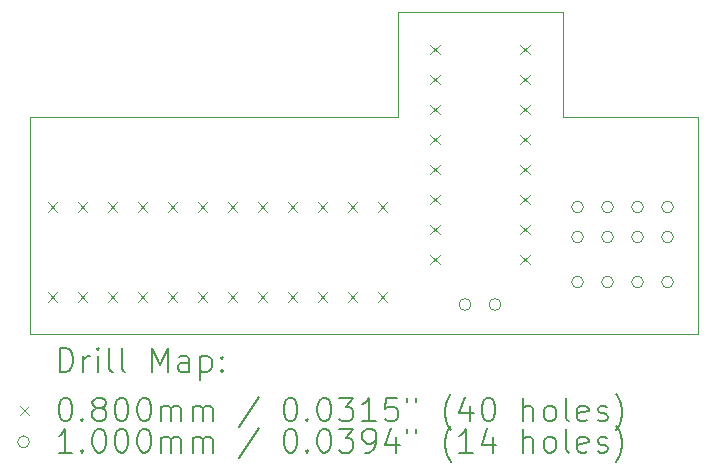
<source format=gbr>
%FSLAX45Y45*%
G04 Gerber Fmt 4.5, Leading zero omitted, Abs format (unit mm)*
G04 Created by KiCad (PCBNEW (6.0.5)) date 2022-12-14 22:41:48*
%MOMM*%
%LPD*%
G01*
G04 APERTURE LIST*
%TA.AperFunction,Profile*%
%ADD10C,0.100000*%
%TD*%
%ADD11C,0.200000*%
%ADD12C,0.080000*%
%ADD13C,0.100000*%
G04 APERTURE END LIST*
D10*
X16446500Y-8191500D02*
X15049500Y-8191500D01*
X17589500Y-9080500D02*
X16446500Y-9080500D01*
X15049500Y-9080500D02*
X11938000Y-9080500D01*
X11938000Y-10922000D02*
X17589500Y-10922000D01*
X15049500Y-8191500D02*
X15049500Y-9080500D01*
X11938000Y-9080500D02*
X11938000Y-10922000D01*
X16446500Y-9080500D02*
X16446500Y-8191500D01*
X17589500Y-10922000D02*
X17589500Y-9080500D01*
D11*
D12*
X12089000Y-9801000D02*
X12169000Y-9881000D01*
X12169000Y-9801000D02*
X12089000Y-9881000D01*
X12089000Y-10563000D02*
X12169000Y-10643000D01*
X12169000Y-10563000D02*
X12089000Y-10643000D01*
X12343000Y-9801000D02*
X12423000Y-9881000D01*
X12423000Y-9801000D02*
X12343000Y-9881000D01*
X12343000Y-10563000D02*
X12423000Y-10643000D01*
X12423000Y-10563000D02*
X12343000Y-10643000D01*
X12597000Y-9801000D02*
X12677000Y-9881000D01*
X12677000Y-9801000D02*
X12597000Y-9881000D01*
X12597000Y-10563000D02*
X12677000Y-10643000D01*
X12677000Y-10563000D02*
X12597000Y-10643000D01*
X12851000Y-9801000D02*
X12931000Y-9881000D01*
X12931000Y-9801000D02*
X12851000Y-9881000D01*
X12851000Y-10563000D02*
X12931000Y-10643000D01*
X12931000Y-10563000D02*
X12851000Y-10643000D01*
X13105000Y-9801000D02*
X13185000Y-9881000D01*
X13185000Y-9801000D02*
X13105000Y-9881000D01*
X13105000Y-10563000D02*
X13185000Y-10643000D01*
X13185000Y-10563000D02*
X13105000Y-10643000D01*
X13359000Y-9801000D02*
X13439000Y-9881000D01*
X13439000Y-9801000D02*
X13359000Y-9881000D01*
X13359000Y-10563000D02*
X13439000Y-10643000D01*
X13439000Y-10563000D02*
X13359000Y-10643000D01*
X13613000Y-9801000D02*
X13693000Y-9881000D01*
X13693000Y-9801000D02*
X13613000Y-9881000D01*
X13613000Y-10563000D02*
X13693000Y-10643000D01*
X13693000Y-10563000D02*
X13613000Y-10643000D01*
X13867000Y-9801000D02*
X13947000Y-9881000D01*
X13947000Y-9801000D02*
X13867000Y-9881000D01*
X13867000Y-10563000D02*
X13947000Y-10643000D01*
X13947000Y-10563000D02*
X13867000Y-10643000D01*
X14121000Y-9801000D02*
X14201000Y-9881000D01*
X14201000Y-9801000D02*
X14121000Y-9881000D01*
X14121000Y-10563000D02*
X14201000Y-10643000D01*
X14201000Y-10563000D02*
X14121000Y-10643000D01*
X14375000Y-9801000D02*
X14455000Y-9881000D01*
X14455000Y-9801000D02*
X14375000Y-9881000D01*
X14375000Y-10563000D02*
X14455000Y-10643000D01*
X14455000Y-10563000D02*
X14375000Y-10643000D01*
X14629000Y-9801000D02*
X14709000Y-9881000D01*
X14709000Y-9801000D02*
X14629000Y-9881000D01*
X14629000Y-10563000D02*
X14709000Y-10643000D01*
X14709000Y-10563000D02*
X14629000Y-10643000D01*
X14883000Y-9801000D02*
X14963000Y-9881000D01*
X14963000Y-9801000D02*
X14883000Y-9881000D01*
X14883000Y-10563000D02*
X14963000Y-10643000D01*
X14963000Y-10563000D02*
X14883000Y-10643000D01*
X15327000Y-8469000D02*
X15407000Y-8549000D01*
X15407000Y-8469000D02*
X15327000Y-8549000D01*
X15327000Y-8723000D02*
X15407000Y-8803000D01*
X15407000Y-8723000D02*
X15327000Y-8803000D01*
X15327000Y-8977000D02*
X15407000Y-9057000D01*
X15407000Y-8977000D02*
X15327000Y-9057000D01*
X15327000Y-9231000D02*
X15407000Y-9311000D01*
X15407000Y-9231000D02*
X15327000Y-9311000D01*
X15327000Y-9485000D02*
X15407000Y-9565000D01*
X15407000Y-9485000D02*
X15327000Y-9565000D01*
X15327000Y-9739000D02*
X15407000Y-9819000D01*
X15407000Y-9739000D02*
X15327000Y-9819000D01*
X15327000Y-9993000D02*
X15407000Y-10073000D01*
X15407000Y-9993000D02*
X15327000Y-10073000D01*
X15327000Y-10247000D02*
X15407000Y-10327000D01*
X15407000Y-10247000D02*
X15327000Y-10327000D01*
X16089000Y-8469000D02*
X16169000Y-8549000D01*
X16169000Y-8469000D02*
X16089000Y-8549000D01*
X16089000Y-8723000D02*
X16169000Y-8803000D01*
X16169000Y-8723000D02*
X16089000Y-8803000D01*
X16089000Y-8977000D02*
X16169000Y-9057000D01*
X16169000Y-8977000D02*
X16089000Y-9057000D01*
X16089000Y-9231000D02*
X16169000Y-9311000D01*
X16169000Y-9231000D02*
X16089000Y-9311000D01*
X16089000Y-9485000D02*
X16169000Y-9565000D01*
X16169000Y-9485000D02*
X16089000Y-9565000D01*
X16089000Y-9739000D02*
X16169000Y-9819000D01*
X16169000Y-9739000D02*
X16089000Y-9819000D01*
X16089000Y-9993000D02*
X16169000Y-10073000D01*
X16169000Y-9993000D02*
X16089000Y-10073000D01*
X16089000Y-10247000D02*
X16169000Y-10327000D01*
X16169000Y-10247000D02*
X16089000Y-10327000D01*
D13*
X15671000Y-10668000D02*
G75*
G03*
X15671000Y-10668000I-50000J0D01*
G01*
X15925000Y-10668000D02*
G75*
G03*
X15925000Y-10668000I-50000J0D01*
G01*
X16623500Y-9842500D02*
G75*
G03*
X16623500Y-9842500I-50000J0D01*
G01*
X16623500Y-10096500D02*
G75*
G03*
X16623500Y-10096500I-50000J0D01*
G01*
X16623500Y-10477500D02*
G75*
G03*
X16623500Y-10477500I-50000J0D01*
G01*
X16877500Y-9842500D02*
G75*
G03*
X16877500Y-9842500I-50000J0D01*
G01*
X16877500Y-10096500D02*
G75*
G03*
X16877500Y-10096500I-50000J0D01*
G01*
X16877500Y-10477500D02*
G75*
G03*
X16877500Y-10477500I-50000J0D01*
G01*
X17131500Y-9842500D02*
G75*
G03*
X17131500Y-9842500I-50000J0D01*
G01*
X17131500Y-10096500D02*
G75*
G03*
X17131500Y-10096500I-50000J0D01*
G01*
X17131500Y-10477500D02*
G75*
G03*
X17131500Y-10477500I-50000J0D01*
G01*
X17385500Y-9842500D02*
G75*
G03*
X17385500Y-9842500I-50000J0D01*
G01*
X17385500Y-10096500D02*
G75*
G03*
X17385500Y-10096500I-50000J0D01*
G01*
X17385500Y-10477500D02*
G75*
G03*
X17385500Y-10477500I-50000J0D01*
G01*
D11*
X12190619Y-11237476D02*
X12190619Y-11037476D01*
X12238238Y-11037476D01*
X12266809Y-11047000D01*
X12285857Y-11066048D01*
X12295381Y-11085095D01*
X12304905Y-11123190D01*
X12304905Y-11151762D01*
X12295381Y-11189857D01*
X12285857Y-11208905D01*
X12266809Y-11227952D01*
X12238238Y-11237476D01*
X12190619Y-11237476D01*
X12390619Y-11237476D02*
X12390619Y-11104143D01*
X12390619Y-11142238D02*
X12400143Y-11123190D01*
X12409667Y-11113667D01*
X12428714Y-11104143D01*
X12447762Y-11104143D01*
X12514428Y-11237476D02*
X12514428Y-11104143D01*
X12514428Y-11037476D02*
X12504905Y-11047000D01*
X12514428Y-11056524D01*
X12523952Y-11047000D01*
X12514428Y-11037476D01*
X12514428Y-11056524D01*
X12638238Y-11237476D02*
X12619190Y-11227952D01*
X12609667Y-11208905D01*
X12609667Y-11037476D01*
X12743000Y-11237476D02*
X12723952Y-11227952D01*
X12714428Y-11208905D01*
X12714428Y-11037476D01*
X12971571Y-11237476D02*
X12971571Y-11037476D01*
X13038238Y-11180333D01*
X13104905Y-11037476D01*
X13104905Y-11237476D01*
X13285857Y-11237476D02*
X13285857Y-11132714D01*
X13276333Y-11113667D01*
X13257286Y-11104143D01*
X13219190Y-11104143D01*
X13200143Y-11113667D01*
X13285857Y-11227952D02*
X13266809Y-11237476D01*
X13219190Y-11237476D01*
X13200143Y-11227952D01*
X13190619Y-11208905D01*
X13190619Y-11189857D01*
X13200143Y-11170810D01*
X13219190Y-11161286D01*
X13266809Y-11161286D01*
X13285857Y-11151762D01*
X13381095Y-11104143D02*
X13381095Y-11304143D01*
X13381095Y-11113667D02*
X13400143Y-11104143D01*
X13438238Y-11104143D01*
X13457286Y-11113667D01*
X13466809Y-11123190D01*
X13476333Y-11142238D01*
X13476333Y-11199381D01*
X13466809Y-11218428D01*
X13457286Y-11227952D01*
X13438238Y-11237476D01*
X13400143Y-11237476D01*
X13381095Y-11227952D01*
X13562048Y-11218428D02*
X13571571Y-11227952D01*
X13562048Y-11237476D01*
X13552524Y-11227952D01*
X13562048Y-11218428D01*
X13562048Y-11237476D01*
X13562048Y-11113667D02*
X13571571Y-11123190D01*
X13562048Y-11132714D01*
X13552524Y-11123190D01*
X13562048Y-11113667D01*
X13562048Y-11132714D01*
D12*
X11853000Y-11527000D02*
X11933000Y-11607000D01*
X11933000Y-11527000D02*
X11853000Y-11607000D01*
D11*
X12228714Y-11457476D02*
X12247762Y-11457476D01*
X12266809Y-11467000D01*
X12276333Y-11476524D01*
X12285857Y-11495571D01*
X12295381Y-11533667D01*
X12295381Y-11581286D01*
X12285857Y-11619381D01*
X12276333Y-11638428D01*
X12266809Y-11647952D01*
X12247762Y-11657476D01*
X12228714Y-11657476D01*
X12209667Y-11647952D01*
X12200143Y-11638428D01*
X12190619Y-11619381D01*
X12181095Y-11581286D01*
X12181095Y-11533667D01*
X12190619Y-11495571D01*
X12200143Y-11476524D01*
X12209667Y-11467000D01*
X12228714Y-11457476D01*
X12381095Y-11638428D02*
X12390619Y-11647952D01*
X12381095Y-11657476D01*
X12371571Y-11647952D01*
X12381095Y-11638428D01*
X12381095Y-11657476D01*
X12504905Y-11543190D02*
X12485857Y-11533667D01*
X12476333Y-11524143D01*
X12466809Y-11505095D01*
X12466809Y-11495571D01*
X12476333Y-11476524D01*
X12485857Y-11467000D01*
X12504905Y-11457476D01*
X12543000Y-11457476D01*
X12562048Y-11467000D01*
X12571571Y-11476524D01*
X12581095Y-11495571D01*
X12581095Y-11505095D01*
X12571571Y-11524143D01*
X12562048Y-11533667D01*
X12543000Y-11543190D01*
X12504905Y-11543190D01*
X12485857Y-11552714D01*
X12476333Y-11562238D01*
X12466809Y-11581286D01*
X12466809Y-11619381D01*
X12476333Y-11638428D01*
X12485857Y-11647952D01*
X12504905Y-11657476D01*
X12543000Y-11657476D01*
X12562048Y-11647952D01*
X12571571Y-11638428D01*
X12581095Y-11619381D01*
X12581095Y-11581286D01*
X12571571Y-11562238D01*
X12562048Y-11552714D01*
X12543000Y-11543190D01*
X12704905Y-11457476D02*
X12723952Y-11457476D01*
X12743000Y-11467000D01*
X12752524Y-11476524D01*
X12762048Y-11495571D01*
X12771571Y-11533667D01*
X12771571Y-11581286D01*
X12762048Y-11619381D01*
X12752524Y-11638428D01*
X12743000Y-11647952D01*
X12723952Y-11657476D01*
X12704905Y-11657476D01*
X12685857Y-11647952D01*
X12676333Y-11638428D01*
X12666809Y-11619381D01*
X12657286Y-11581286D01*
X12657286Y-11533667D01*
X12666809Y-11495571D01*
X12676333Y-11476524D01*
X12685857Y-11467000D01*
X12704905Y-11457476D01*
X12895381Y-11457476D02*
X12914428Y-11457476D01*
X12933476Y-11467000D01*
X12943000Y-11476524D01*
X12952524Y-11495571D01*
X12962048Y-11533667D01*
X12962048Y-11581286D01*
X12952524Y-11619381D01*
X12943000Y-11638428D01*
X12933476Y-11647952D01*
X12914428Y-11657476D01*
X12895381Y-11657476D01*
X12876333Y-11647952D01*
X12866809Y-11638428D01*
X12857286Y-11619381D01*
X12847762Y-11581286D01*
X12847762Y-11533667D01*
X12857286Y-11495571D01*
X12866809Y-11476524D01*
X12876333Y-11467000D01*
X12895381Y-11457476D01*
X13047762Y-11657476D02*
X13047762Y-11524143D01*
X13047762Y-11543190D02*
X13057286Y-11533667D01*
X13076333Y-11524143D01*
X13104905Y-11524143D01*
X13123952Y-11533667D01*
X13133476Y-11552714D01*
X13133476Y-11657476D01*
X13133476Y-11552714D02*
X13143000Y-11533667D01*
X13162048Y-11524143D01*
X13190619Y-11524143D01*
X13209667Y-11533667D01*
X13219190Y-11552714D01*
X13219190Y-11657476D01*
X13314428Y-11657476D02*
X13314428Y-11524143D01*
X13314428Y-11543190D02*
X13323952Y-11533667D01*
X13343000Y-11524143D01*
X13371571Y-11524143D01*
X13390619Y-11533667D01*
X13400143Y-11552714D01*
X13400143Y-11657476D01*
X13400143Y-11552714D02*
X13409667Y-11533667D01*
X13428714Y-11524143D01*
X13457286Y-11524143D01*
X13476333Y-11533667D01*
X13485857Y-11552714D01*
X13485857Y-11657476D01*
X13876333Y-11447952D02*
X13704905Y-11705095D01*
X14133476Y-11457476D02*
X14152524Y-11457476D01*
X14171571Y-11467000D01*
X14181095Y-11476524D01*
X14190619Y-11495571D01*
X14200143Y-11533667D01*
X14200143Y-11581286D01*
X14190619Y-11619381D01*
X14181095Y-11638428D01*
X14171571Y-11647952D01*
X14152524Y-11657476D01*
X14133476Y-11657476D01*
X14114428Y-11647952D01*
X14104905Y-11638428D01*
X14095381Y-11619381D01*
X14085857Y-11581286D01*
X14085857Y-11533667D01*
X14095381Y-11495571D01*
X14104905Y-11476524D01*
X14114428Y-11467000D01*
X14133476Y-11457476D01*
X14285857Y-11638428D02*
X14295381Y-11647952D01*
X14285857Y-11657476D01*
X14276333Y-11647952D01*
X14285857Y-11638428D01*
X14285857Y-11657476D01*
X14419190Y-11457476D02*
X14438238Y-11457476D01*
X14457286Y-11467000D01*
X14466809Y-11476524D01*
X14476333Y-11495571D01*
X14485857Y-11533667D01*
X14485857Y-11581286D01*
X14476333Y-11619381D01*
X14466809Y-11638428D01*
X14457286Y-11647952D01*
X14438238Y-11657476D01*
X14419190Y-11657476D01*
X14400143Y-11647952D01*
X14390619Y-11638428D01*
X14381095Y-11619381D01*
X14371571Y-11581286D01*
X14371571Y-11533667D01*
X14381095Y-11495571D01*
X14390619Y-11476524D01*
X14400143Y-11467000D01*
X14419190Y-11457476D01*
X14552524Y-11457476D02*
X14676333Y-11457476D01*
X14609667Y-11533667D01*
X14638238Y-11533667D01*
X14657286Y-11543190D01*
X14666809Y-11552714D01*
X14676333Y-11571762D01*
X14676333Y-11619381D01*
X14666809Y-11638428D01*
X14657286Y-11647952D01*
X14638238Y-11657476D01*
X14581095Y-11657476D01*
X14562048Y-11647952D01*
X14552524Y-11638428D01*
X14866809Y-11657476D02*
X14752524Y-11657476D01*
X14809667Y-11657476D02*
X14809667Y-11457476D01*
X14790619Y-11486048D01*
X14771571Y-11505095D01*
X14752524Y-11514619D01*
X15047762Y-11457476D02*
X14952524Y-11457476D01*
X14943000Y-11552714D01*
X14952524Y-11543190D01*
X14971571Y-11533667D01*
X15019190Y-11533667D01*
X15038238Y-11543190D01*
X15047762Y-11552714D01*
X15057286Y-11571762D01*
X15057286Y-11619381D01*
X15047762Y-11638428D01*
X15038238Y-11647952D01*
X15019190Y-11657476D01*
X14971571Y-11657476D01*
X14952524Y-11647952D01*
X14943000Y-11638428D01*
X15133476Y-11457476D02*
X15133476Y-11495571D01*
X15209667Y-11457476D02*
X15209667Y-11495571D01*
X15504905Y-11733667D02*
X15495381Y-11724143D01*
X15476333Y-11695571D01*
X15466809Y-11676524D01*
X15457286Y-11647952D01*
X15447762Y-11600333D01*
X15447762Y-11562238D01*
X15457286Y-11514619D01*
X15466809Y-11486048D01*
X15476333Y-11467000D01*
X15495381Y-11438428D01*
X15504905Y-11428905D01*
X15666809Y-11524143D02*
X15666809Y-11657476D01*
X15619190Y-11447952D02*
X15571571Y-11590809D01*
X15695381Y-11590809D01*
X15809667Y-11457476D02*
X15828714Y-11457476D01*
X15847762Y-11467000D01*
X15857286Y-11476524D01*
X15866809Y-11495571D01*
X15876333Y-11533667D01*
X15876333Y-11581286D01*
X15866809Y-11619381D01*
X15857286Y-11638428D01*
X15847762Y-11647952D01*
X15828714Y-11657476D01*
X15809667Y-11657476D01*
X15790619Y-11647952D01*
X15781095Y-11638428D01*
X15771571Y-11619381D01*
X15762048Y-11581286D01*
X15762048Y-11533667D01*
X15771571Y-11495571D01*
X15781095Y-11476524D01*
X15790619Y-11467000D01*
X15809667Y-11457476D01*
X16114428Y-11657476D02*
X16114428Y-11457476D01*
X16200143Y-11657476D02*
X16200143Y-11552714D01*
X16190619Y-11533667D01*
X16171571Y-11524143D01*
X16143000Y-11524143D01*
X16123952Y-11533667D01*
X16114428Y-11543190D01*
X16323952Y-11657476D02*
X16304905Y-11647952D01*
X16295381Y-11638428D01*
X16285857Y-11619381D01*
X16285857Y-11562238D01*
X16295381Y-11543190D01*
X16304905Y-11533667D01*
X16323952Y-11524143D01*
X16352524Y-11524143D01*
X16371571Y-11533667D01*
X16381095Y-11543190D01*
X16390619Y-11562238D01*
X16390619Y-11619381D01*
X16381095Y-11638428D01*
X16371571Y-11647952D01*
X16352524Y-11657476D01*
X16323952Y-11657476D01*
X16504905Y-11657476D02*
X16485857Y-11647952D01*
X16476333Y-11628905D01*
X16476333Y-11457476D01*
X16657286Y-11647952D02*
X16638238Y-11657476D01*
X16600143Y-11657476D01*
X16581095Y-11647952D01*
X16571571Y-11628905D01*
X16571571Y-11552714D01*
X16581095Y-11533667D01*
X16600143Y-11524143D01*
X16638238Y-11524143D01*
X16657286Y-11533667D01*
X16666809Y-11552714D01*
X16666809Y-11571762D01*
X16571571Y-11590809D01*
X16743000Y-11647952D02*
X16762048Y-11657476D01*
X16800143Y-11657476D01*
X16819190Y-11647952D01*
X16828714Y-11628905D01*
X16828714Y-11619381D01*
X16819190Y-11600333D01*
X16800143Y-11590809D01*
X16771571Y-11590809D01*
X16752524Y-11581286D01*
X16743000Y-11562238D01*
X16743000Y-11552714D01*
X16752524Y-11533667D01*
X16771571Y-11524143D01*
X16800143Y-11524143D01*
X16819190Y-11533667D01*
X16895381Y-11733667D02*
X16904905Y-11724143D01*
X16923952Y-11695571D01*
X16933476Y-11676524D01*
X16943000Y-11647952D01*
X16952524Y-11600333D01*
X16952524Y-11562238D01*
X16943000Y-11514619D01*
X16933476Y-11486048D01*
X16923952Y-11467000D01*
X16904905Y-11438428D01*
X16895381Y-11428905D01*
D13*
X11933000Y-11831000D02*
G75*
G03*
X11933000Y-11831000I-50000J0D01*
G01*
D11*
X12295381Y-11921476D02*
X12181095Y-11921476D01*
X12238238Y-11921476D02*
X12238238Y-11721476D01*
X12219190Y-11750048D01*
X12200143Y-11769095D01*
X12181095Y-11778619D01*
X12381095Y-11902428D02*
X12390619Y-11911952D01*
X12381095Y-11921476D01*
X12371571Y-11911952D01*
X12381095Y-11902428D01*
X12381095Y-11921476D01*
X12514428Y-11721476D02*
X12533476Y-11721476D01*
X12552524Y-11731000D01*
X12562048Y-11740524D01*
X12571571Y-11759571D01*
X12581095Y-11797667D01*
X12581095Y-11845286D01*
X12571571Y-11883381D01*
X12562048Y-11902428D01*
X12552524Y-11911952D01*
X12533476Y-11921476D01*
X12514428Y-11921476D01*
X12495381Y-11911952D01*
X12485857Y-11902428D01*
X12476333Y-11883381D01*
X12466809Y-11845286D01*
X12466809Y-11797667D01*
X12476333Y-11759571D01*
X12485857Y-11740524D01*
X12495381Y-11731000D01*
X12514428Y-11721476D01*
X12704905Y-11721476D02*
X12723952Y-11721476D01*
X12743000Y-11731000D01*
X12752524Y-11740524D01*
X12762048Y-11759571D01*
X12771571Y-11797667D01*
X12771571Y-11845286D01*
X12762048Y-11883381D01*
X12752524Y-11902428D01*
X12743000Y-11911952D01*
X12723952Y-11921476D01*
X12704905Y-11921476D01*
X12685857Y-11911952D01*
X12676333Y-11902428D01*
X12666809Y-11883381D01*
X12657286Y-11845286D01*
X12657286Y-11797667D01*
X12666809Y-11759571D01*
X12676333Y-11740524D01*
X12685857Y-11731000D01*
X12704905Y-11721476D01*
X12895381Y-11721476D02*
X12914428Y-11721476D01*
X12933476Y-11731000D01*
X12943000Y-11740524D01*
X12952524Y-11759571D01*
X12962048Y-11797667D01*
X12962048Y-11845286D01*
X12952524Y-11883381D01*
X12943000Y-11902428D01*
X12933476Y-11911952D01*
X12914428Y-11921476D01*
X12895381Y-11921476D01*
X12876333Y-11911952D01*
X12866809Y-11902428D01*
X12857286Y-11883381D01*
X12847762Y-11845286D01*
X12847762Y-11797667D01*
X12857286Y-11759571D01*
X12866809Y-11740524D01*
X12876333Y-11731000D01*
X12895381Y-11721476D01*
X13047762Y-11921476D02*
X13047762Y-11788143D01*
X13047762Y-11807190D02*
X13057286Y-11797667D01*
X13076333Y-11788143D01*
X13104905Y-11788143D01*
X13123952Y-11797667D01*
X13133476Y-11816714D01*
X13133476Y-11921476D01*
X13133476Y-11816714D02*
X13143000Y-11797667D01*
X13162048Y-11788143D01*
X13190619Y-11788143D01*
X13209667Y-11797667D01*
X13219190Y-11816714D01*
X13219190Y-11921476D01*
X13314428Y-11921476D02*
X13314428Y-11788143D01*
X13314428Y-11807190D02*
X13323952Y-11797667D01*
X13343000Y-11788143D01*
X13371571Y-11788143D01*
X13390619Y-11797667D01*
X13400143Y-11816714D01*
X13400143Y-11921476D01*
X13400143Y-11816714D02*
X13409667Y-11797667D01*
X13428714Y-11788143D01*
X13457286Y-11788143D01*
X13476333Y-11797667D01*
X13485857Y-11816714D01*
X13485857Y-11921476D01*
X13876333Y-11711952D02*
X13704905Y-11969095D01*
X14133476Y-11721476D02*
X14152524Y-11721476D01*
X14171571Y-11731000D01*
X14181095Y-11740524D01*
X14190619Y-11759571D01*
X14200143Y-11797667D01*
X14200143Y-11845286D01*
X14190619Y-11883381D01*
X14181095Y-11902428D01*
X14171571Y-11911952D01*
X14152524Y-11921476D01*
X14133476Y-11921476D01*
X14114428Y-11911952D01*
X14104905Y-11902428D01*
X14095381Y-11883381D01*
X14085857Y-11845286D01*
X14085857Y-11797667D01*
X14095381Y-11759571D01*
X14104905Y-11740524D01*
X14114428Y-11731000D01*
X14133476Y-11721476D01*
X14285857Y-11902428D02*
X14295381Y-11911952D01*
X14285857Y-11921476D01*
X14276333Y-11911952D01*
X14285857Y-11902428D01*
X14285857Y-11921476D01*
X14419190Y-11721476D02*
X14438238Y-11721476D01*
X14457286Y-11731000D01*
X14466809Y-11740524D01*
X14476333Y-11759571D01*
X14485857Y-11797667D01*
X14485857Y-11845286D01*
X14476333Y-11883381D01*
X14466809Y-11902428D01*
X14457286Y-11911952D01*
X14438238Y-11921476D01*
X14419190Y-11921476D01*
X14400143Y-11911952D01*
X14390619Y-11902428D01*
X14381095Y-11883381D01*
X14371571Y-11845286D01*
X14371571Y-11797667D01*
X14381095Y-11759571D01*
X14390619Y-11740524D01*
X14400143Y-11731000D01*
X14419190Y-11721476D01*
X14552524Y-11721476D02*
X14676333Y-11721476D01*
X14609667Y-11797667D01*
X14638238Y-11797667D01*
X14657286Y-11807190D01*
X14666809Y-11816714D01*
X14676333Y-11835762D01*
X14676333Y-11883381D01*
X14666809Y-11902428D01*
X14657286Y-11911952D01*
X14638238Y-11921476D01*
X14581095Y-11921476D01*
X14562048Y-11911952D01*
X14552524Y-11902428D01*
X14771571Y-11921476D02*
X14809667Y-11921476D01*
X14828714Y-11911952D01*
X14838238Y-11902428D01*
X14857286Y-11873857D01*
X14866809Y-11835762D01*
X14866809Y-11759571D01*
X14857286Y-11740524D01*
X14847762Y-11731000D01*
X14828714Y-11721476D01*
X14790619Y-11721476D01*
X14771571Y-11731000D01*
X14762048Y-11740524D01*
X14752524Y-11759571D01*
X14752524Y-11807190D01*
X14762048Y-11826238D01*
X14771571Y-11835762D01*
X14790619Y-11845286D01*
X14828714Y-11845286D01*
X14847762Y-11835762D01*
X14857286Y-11826238D01*
X14866809Y-11807190D01*
X15038238Y-11788143D02*
X15038238Y-11921476D01*
X14990619Y-11711952D02*
X14943000Y-11854809D01*
X15066809Y-11854809D01*
X15133476Y-11721476D02*
X15133476Y-11759571D01*
X15209667Y-11721476D02*
X15209667Y-11759571D01*
X15504905Y-11997667D02*
X15495381Y-11988143D01*
X15476333Y-11959571D01*
X15466809Y-11940524D01*
X15457286Y-11911952D01*
X15447762Y-11864333D01*
X15447762Y-11826238D01*
X15457286Y-11778619D01*
X15466809Y-11750048D01*
X15476333Y-11731000D01*
X15495381Y-11702428D01*
X15504905Y-11692905D01*
X15685857Y-11921476D02*
X15571571Y-11921476D01*
X15628714Y-11921476D02*
X15628714Y-11721476D01*
X15609667Y-11750048D01*
X15590619Y-11769095D01*
X15571571Y-11778619D01*
X15857286Y-11788143D02*
X15857286Y-11921476D01*
X15809667Y-11711952D02*
X15762048Y-11854809D01*
X15885857Y-11854809D01*
X16114428Y-11921476D02*
X16114428Y-11721476D01*
X16200143Y-11921476D02*
X16200143Y-11816714D01*
X16190619Y-11797667D01*
X16171571Y-11788143D01*
X16143000Y-11788143D01*
X16123952Y-11797667D01*
X16114428Y-11807190D01*
X16323952Y-11921476D02*
X16304905Y-11911952D01*
X16295381Y-11902428D01*
X16285857Y-11883381D01*
X16285857Y-11826238D01*
X16295381Y-11807190D01*
X16304905Y-11797667D01*
X16323952Y-11788143D01*
X16352524Y-11788143D01*
X16371571Y-11797667D01*
X16381095Y-11807190D01*
X16390619Y-11826238D01*
X16390619Y-11883381D01*
X16381095Y-11902428D01*
X16371571Y-11911952D01*
X16352524Y-11921476D01*
X16323952Y-11921476D01*
X16504905Y-11921476D02*
X16485857Y-11911952D01*
X16476333Y-11892905D01*
X16476333Y-11721476D01*
X16657286Y-11911952D02*
X16638238Y-11921476D01*
X16600143Y-11921476D01*
X16581095Y-11911952D01*
X16571571Y-11892905D01*
X16571571Y-11816714D01*
X16581095Y-11797667D01*
X16600143Y-11788143D01*
X16638238Y-11788143D01*
X16657286Y-11797667D01*
X16666809Y-11816714D01*
X16666809Y-11835762D01*
X16571571Y-11854809D01*
X16743000Y-11911952D02*
X16762048Y-11921476D01*
X16800143Y-11921476D01*
X16819190Y-11911952D01*
X16828714Y-11892905D01*
X16828714Y-11883381D01*
X16819190Y-11864333D01*
X16800143Y-11854809D01*
X16771571Y-11854809D01*
X16752524Y-11845286D01*
X16743000Y-11826238D01*
X16743000Y-11816714D01*
X16752524Y-11797667D01*
X16771571Y-11788143D01*
X16800143Y-11788143D01*
X16819190Y-11797667D01*
X16895381Y-11997667D02*
X16904905Y-11988143D01*
X16923952Y-11959571D01*
X16933476Y-11940524D01*
X16943000Y-11911952D01*
X16952524Y-11864333D01*
X16952524Y-11826238D01*
X16943000Y-11778619D01*
X16933476Y-11750048D01*
X16923952Y-11731000D01*
X16904905Y-11702428D01*
X16895381Y-11692905D01*
M02*

</source>
